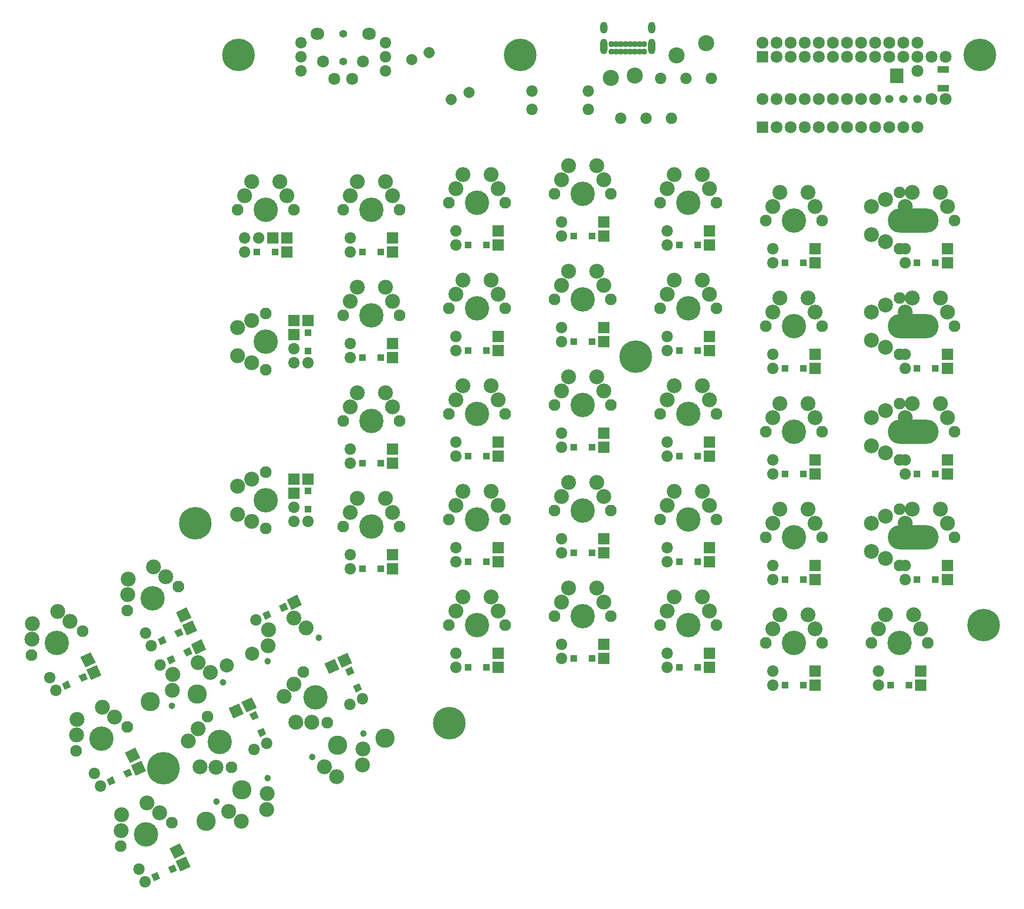
<source format=gts>
G04 #@! TF.GenerationSoftware,KiCad,Pcbnew,5.1.5+dfsg1-2build2*
G04 #@! TF.CreationDate,2020-10-24T22:39:24+03:00*
G04 #@! TF.ProjectId,ErgoDOX,4572676f-444f-4582-9e6b-696361645f70,rev?*
G04 #@! TF.SameCoordinates,Original*
G04 #@! TF.FileFunction,Soldermask,Top*
G04 #@! TF.FilePolarity,Negative*
%FSLAX46Y46*%
G04 Gerber Fmt 4.6, Leading zero omitted, Abs format (unit mm)*
G04 Created by KiCad (PCBNEW 5.1.5+dfsg1-2build2) date 2020-10-24 22:39:24*
%MOMM*%
%LPD*%
G04 APERTURE LIST*
%ADD10C,2.006400*%
%ADD11C,2.006400*%
%ADD12C,2.905760*%
%ADD13C,5.867400*%
%ADD14C,2.057400*%
%ADD15C,1.106400*%
%ADD16O,1.306400X2.806400*%
%ADD17O,1.306400X2.106400*%
%ADD18C,2.159000*%
%ADD19R,2.159000X2.159000*%
%ADD20C,1.498600*%
%ADD21C,0.150000*%
%ADD22R,2.057400X2.057400*%
%ADD23C,2.692400*%
%ADD24C,1.193800*%
%ADD25C,3.479800*%
%ADD26R,2.438400X1.422400*%
%ADD27O,2.463800X2.159000*%
%ADD28C,1.397000*%
%ADD29C,2.540000*%
%ADD30C,2.108200*%
%ADD31C,2.689860*%
%ADD32R,1.244600X1.244600*%
%ADD33C,2.687320*%
%ADD34O,9.156700X4.394200*%
%ADD35C,4.394200*%
%ADD36R,2.106400X1.306400*%
G04 APERTURE END LIST*
D10*
X101817897Y-36730397D02*
X101817897Y-36730397D01*
D11*
X109002102Y-43914602D03*
D10*
X105832110Y-45184610D02*
X105832110Y-45184610D01*
D11*
X98647905Y-38000405D03*
D12*
X151765000Y-35052000D03*
X146431000Y-37211000D03*
D13*
X53898800Y-165836600D03*
X59664600Y-121666000D03*
X105435400Y-157759400D03*
X201777600Y-140055600D03*
X139039600Y-91592400D03*
X201142600Y-37134800D03*
X118211600Y-37134800D03*
X67411600Y-37134800D03*
D14*
X78740000Y-34925000D03*
X78740000Y-37465000D03*
X78740000Y-40005000D03*
D15*
X140632200Y-36580000D03*
X139782200Y-36580000D03*
X138932200Y-36580000D03*
X138082200Y-36580000D03*
X137232200Y-36580000D03*
X136382200Y-36580000D03*
X135532200Y-36580000D03*
X134682200Y-36580000D03*
X139782200Y-35230000D03*
X138082200Y-35230000D03*
X138932200Y-35230000D03*
X140632200Y-35230000D03*
X136382200Y-35230000D03*
X135532200Y-35230000D03*
X134682200Y-35230000D03*
X137232200Y-35230000D03*
D16*
X141982200Y-35600000D03*
X133332200Y-35600000D03*
D17*
X141982200Y-32220000D03*
X133332200Y-32220000D03*
D12*
X134620000Y-41275000D03*
X138938000Y-40894000D03*
D18*
X169545000Y-34925000D03*
X172085000Y-34925000D03*
X161925000Y-34925000D03*
X164465000Y-34925000D03*
X167005000Y-34925000D03*
X174625000Y-34925000D03*
X177165000Y-34925000D03*
X179705000Y-34925000D03*
X182245000Y-34925000D03*
X184785000Y-34925000D03*
X187325000Y-34925000D03*
X189865000Y-34925000D03*
X189865000Y-50165000D03*
X187325000Y-50165000D03*
X184785000Y-50165000D03*
X182245000Y-50165000D03*
X179705000Y-50165000D03*
X177165000Y-50165000D03*
X174625000Y-50165000D03*
X172085000Y-50165000D03*
X169545000Y-50165000D03*
X167005000Y-50165000D03*
X164465000Y-50165000D03*
D19*
X161925000Y-50165000D03*
D18*
X189865000Y-40005000D03*
X164465000Y-37465000D03*
X167005000Y-37465000D03*
X169545000Y-37465000D03*
X172085000Y-37465000D03*
X174625000Y-37465000D03*
X177165000Y-37465000D03*
X179705000Y-37465000D03*
X182245000Y-37465000D03*
X184785000Y-37465000D03*
X187325000Y-37465000D03*
X189865000Y-37465000D03*
X192405000Y-37465000D03*
X194945000Y-37465000D03*
D19*
X161925000Y-37465000D03*
D18*
X194945000Y-45085000D03*
X192405000Y-45085000D03*
D20*
X189865000Y-45085000D03*
X187325000Y-45085000D03*
X184785000Y-45085000D03*
D18*
X182245000Y-45085000D03*
X179705000Y-45085000D03*
X177165000Y-45085000D03*
X174625000Y-45085000D03*
X172085000Y-45085000D03*
X169545000Y-45085000D03*
X167005000Y-45085000D03*
X164465000Y-45085000D03*
X161925000Y-45085000D03*
D14*
X53341367Y-147187736D03*
D21*
G36*
X54985576Y-147107661D02*
G01*
X54459585Y-145979670D01*
X55587576Y-145453679D01*
X56113567Y-146581670D01*
X54985576Y-147107661D01*
G37*
G36*
X59749862Y-145334450D02*
G01*
X58880367Y-143469813D01*
X60745004Y-142600318D01*
X61614499Y-144464955D01*
X59749862Y-145334450D01*
G37*
G36*
X58001224Y-145701441D02*
G01*
X57475233Y-144573450D01*
X58603224Y-144047459D01*
X59129215Y-145175450D01*
X58001224Y-145701441D01*
G37*
D14*
X70605747Y-139135936D03*
D21*
G36*
X72249956Y-139055861D02*
G01*
X71723965Y-137927870D01*
X72851956Y-137401879D01*
X73377947Y-138529870D01*
X72249956Y-139055861D01*
G37*
G36*
X77014242Y-137282650D02*
G01*
X76144747Y-135418013D01*
X78009384Y-134548518D01*
X78878879Y-136413155D01*
X77014242Y-137282650D01*
G37*
G36*
X75265604Y-137649641D02*
G01*
X74739613Y-136521650D01*
X75867604Y-135995659D01*
X76393595Y-137123650D01*
X75265604Y-137649641D01*
G37*
D14*
X77470000Y-118755160D03*
D22*
X77470000Y-116215160D03*
D14*
X77470000Y-90180160D03*
D22*
X77470000Y-87640160D03*
D14*
X71120000Y-70180200D03*
D22*
X73660000Y-70180200D03*
D23*
X77434621Y-138754526D03*
X72753017Y-143740174D03*
D24*
X72675456Y-146578921D03*
X81883544Y-142285119D03*
D23*
X79659082Y-140519823D03*
X72830577Y-140901427D03*
X60170241Y-146806326D03*
X55488637Y-151791974D03*
D25*
X60015120Y-152483820D03*
D24*
X55411076Y-154630721D03*
X64619164Y-150336919D03*
D23*
X62394702Y-148571623D03*
X55566197Y-148953227D03*
X85176179Y-167376434D03*
X89857783Y-162390786D03*
D25*
X85331300Y-161698940D03*
D24*
X89935344Y-159552039D03*
X80727256Y-163845841D03*
D23*
X82951718Y-165611137D03*
X89780223Y-165229533D03*
X67909259Y-175425694D03*
X72590863Y-170440046D03*
D25*
X68064380Y-169748200D03*
D24*
X72668424Y-167601299D03*
X63460336Y-171895101D03*
D23*
X65684798Y-173660397D03*
X72513303Y-173278793D03*
D14*
X152690102Y-41365898D03*
X145505898Y-48550102D03*
X148118102Y-41365898D03*
X140933898Y-48550102D03*
X120332500Y-46990000D03*
X130492500Y-46990000D03*
X130555999Y-43688000D03*
X120396001Y-43688000D03*
X136361898Y-48550102D03*
X143546102Y-41365898D03*
X93980000Y-34925000D03*
X93980000Y-37465000D03*
X93980000Y-40005000D03*
D26*
X186130000Y-40255000D03*
X186130000Y-41525000D03*
D27*
X90957400Y-33375600D03*
D18*
X82702400Y-38379400D03*
X87909400Y-41478200D03*
D27*
X81661000Y-33375600D03*
D18*
X84709000Y-41478200D03*
X89916000Y-38379400D03*
D28*
X86309200Y-33375600D03*
X86309200Y-38379400D03*
D29*
X69927083Y-145197966D03*
D25*
X93829648Y-160396270D03*
D29*
X65323823Y-147345789D03*
D25*
X61602126Y-175425496D03*
X51511692Y-153786490D03*
D23*
X193992500Y-80972660D03*
X187642500Y-83512660D03*
D30*
X196532500Y-86052660D03*
D31*
X195262500Y-83512660D03*
D23*
X188912500Y-80972660D03*
D14*
X187642500Y-91132660D03*
D22*
X195262500Y-91132660D03*
D14*
X187642500Y-93672660D03*
D22*
X195262500Y-93672660D03*
D32*
X189788800Y-93672660D03*
X193116200Y-93672660D03*
D33*
X181610000Y-83512660D03*
X184150000Y-82242660D03*
X184150000Y-89862660D03*
X181610000Y-88592660D03*
D34*
X189069980Y-86052660D03*
D30*
X186690000Y-91132660D03*
X186690000Y-80972660D03*
D23*
X193992500Y-119072660D03*
X187642500Y-121612660D03*
D30*
X196532500Y-124152660D03*
D31*
X195262500Y-121612660D03*
D23*
X188912500Y-119072660D03*
D14*
X187642500Y-129232660D03*
D22*
X195262500Y-129232660D03*
D14*
X187642500Y-131772660D03*
D22*
X195262500Y-131772660D03*
D32*
X189788800Y-131772660D03*
X193116200Y-131772660D03*
D33*
X181610000Y-121612660D03*
X184150000Y-120342660D03*
X184150000Y-127962660D03*
X181610000Y-126692660D03*
D34*
X189069980Y-124152660D03*
D30*
X186690000Y-129232660D03*
X186690000Y-119072660D03*
D23*
X193992500Y-61925200D03*
X187642500Y-64465200D03*
D30*
X196532500Y-67005200D03*
D31*
X195262500Y-64465200D03*
D23*
X188912500Y-61925200D03*
D14*
X187642500Y-72085200D03*
D22*
X195262500Y-72085200D03*
D14*
X187642500Y-74625200D03*
D22*
X195262500Y-74625200D03*
D32*
X189788800Y-74625200D03*
X193116200Y-74625200D03*
D33*
X181610000Y-64465200D03*
X184150000Y-63195200D03*
X184150000Y-70815200D03*
X181610000Y-69545200D03*
D34*
X189069980Y-67005200D03*
D30*
X186690000Y-72085200D03*
X186690000Y-61925200D03*
D23*
X193992500Y-100022660D03*
X187642500Y-102562660D03*
D30*
X196532500Y-105102660D03*
D31*
X195262500Y-102562660D03*
D23*
X188912500Y-100022660D03*
D14*
X187642500Y-110182660D03*
D22*
X195262500Y-110182660D03*
D14*
X187642500Y-112722660D03*
D22*
X195262500Y-112722660D03*
D32*
X189788800Y-112722660D03*
X193116200Y-112722660D03*
D33*
X181610000Y-102562660D03*
X184150000Y-101292660D03*
X184150000Y-108912660D03*
X181610000Y-107642660D03*
D34*
X189069980Y-105102660D03*
D30*
X186690000Y-110182660D03*
X186690000Y-100022660D03*
D23*
X93980000Y-60020200D03*
X87630000Y-62560200D03*
D35*
X91440000Y-65100200D03*
D30*
X86360000Y-65100200D03*
X96520000Y-65100200D03*
D23*
X95250000Y-62560200D03*
X88900000Y-60020200D03*
D14*
X87630000Y-70180200D03*
D22*
X95250000Y-70180200D03*
D14*
X87630000Y-72720200D03*
D22*
X95250000Y-72720200D03*
D32*
X89776300Y-72720200D03*
X93103700Y-72720200D03*
D23*
X151130000Y-77797660D03*
X144780000Y-80337660D03*
D35*
X148590000Y-82877660D03*
D30*
X143510000Y-82877660D03*
X153670000Y-82877660D03*
D23*
X152400000Y-80337660D03*
X146050000Y-77797660D03*
D14*
X144780000Y-87957660D03*
D22*
X152400000Y-87957660D03*
D14*
X144780000Y-90497660D03*
D22*
X152400000Y-90497660D03*
D32*
X146926300Y-90497660D03*
X150253700Y-90497660D03*
D23*
X58360986Y-160962159D03*
X63346634Y-165643763D03*
D35*
X64038480Y-161117280D03*
D30*
X66185381Y-165721324D03*
X61891579Y-156513236D03*
D23*
X60126283Y-158737698D03*
X60507887Y-165566203D03*
D14*
X70252699Y-162423412D03*
D21*
G36*
X68399414Y-156014918D02*
G01*
X66534777Y-156884413D01*
X65665282Y-155019776D01*
X67529919Y-154150281D01*
X68399414Y-156014918D01*
G37*
D14*
X72554721Y-161349962D03*
D21*
G36*
X70701436Y-154941467D02*
G01*
X68836799Y-155810962D01*
X67967304Y-153946325D01*
X69831941Y-153076830D01*
X70701436Y-154941467D01*
G37*
G36*
X72474646Y-159705753D02*
G01*
X71346655Y-160231744D01*
X70820664Y-159103753D01*
X71948655Y-158577762D01*
X72474646Y-159705753D01*
G37*
G36*
X71068426Y-156690105D02*
G01*
X69940435Y-157216096D01*
X69414444Y-156088105D01*
X70542435Y-155562114D01*
X71068426Y-156690105D01*
G37*
D23*
X75625366Y-152910359D03*
X80611014Y-157591963D03*
D35*
X81302860Y-153065480D03*
D30*
X83449761Y-157669524D03*
X79155959Y-148461436D03*
D23*
X77390663Y-150685898D03*
X77772267Y-157514403D03*
D14*
X87517079Y-154371612D03*
D21*
G36*
X85663794Y-147963118D02*
G01*
X83799157Y-148832613D01*
X82929662Y-146967976D01*
X84794299Y-146098481D01*
X85663794Y-147963118D01*
G37*
D14*
X89819101Y-153298162D03*
D21*
G36*
X87965816Y-146889667D02*
G01*
X86101179Y-147759162D01*
X85231684Y-145894525D01*
X87096321Y-145025030D01*
X87965816Y-146889667D01*
G37*
G36*
X89739026Y-151653953D02*
G01*
X88611035Y-152179944D01*
X88085044Y-151051953D01*
X89213035Y-150525962D01*
X89739026Y-151653953D01*
G37*
G36*
X88332806Y-148638305D02*
G01*
X87204815Y-149164296D01*
X86678824Y-148036305D01*
X87806815Y-147510314D01*
X88332806Y-148638305D01*
G37*
D23*
X113030000Y-134947660D03*
X106680000Y-137487660D03*
D35*
X110490000Y-140027660D03*
D30*
X105410000Y-140027660D03*
X115570000Y-140027660D03*
D23*
X114300000Y-137487660D03*
X107950000Y-134947660D03*
D14*
X106680000Y-145107660D03*
D22*
X114300000Y-145107660D03*
D14*
X106680000Y-147647660D03*
D22*
X114300000Y-147647660D03*
D32*
X108826300Y-147647660D03*
X112153700Y-147647660D03*
D23*
X132080000Y-133350000D03*
X125730000Y-135890000D03*
D35*
X129540000Y-138430000D03*
D30*
X124460000Y-138430000D03*
X134620000Y-138430000D03*
D23*
X133350000Y-135890000D03*
X127000000Y-133350000D03*
D14*
X125730000Y-143510000D03*
D22*
X133350000Y-143510000D03*
D14*
X125730000Y-146050000D03*
D22*
X133350000Y-146050000D03*
D32*
X127876300Y-146050000D03*
X131203700Y-146050000D03*
D23*
X170180000Y-138122660D03*
X163830000Y-140662660D03*
D35*
X167640000Y-143202660D03*
D30*
X162560000Y-143202660D03*
X172720000Y-143202660D03*
D23*
X171450000Y-140662660D03*
X165100000Y-138122660D03*
D14*
X163830000Y-148282660D03*
D22*
X171450000Y-148282660D03*
D14*
X163830000Y-150822660D03*
D22*
X171450000Y-150822660D03*
D32*
X165976300Y-150822660D03*
X169303700Y-150822660D03*
D23*
X93980000Y-117167660D03*
X87630000Y-119707660D03*
D35*
X91440000Y-122247660D03*
D30*
X86360000Y-122247660D03*
X96520000Y-122247660D03*
D23*
X95250000Y-119707660D03*
X88900000Y-117167660D03*
D14*
X87630000Y-127327660D03*
D22*
X95250000Y-127327660D03*
D14*
X87630000Y-129867660D03*
D22*
X95250000Y-129867660D03*
D32*
X89776300Y-129867660D03*
X93103700Y-129867660D03*
D23*
X113030000Y-115897660D03*
X106680000Y-118437660D03*
D35*
X110490000Y-120977660D03*
D30*
X105410000Y-120977660D03*
X115570000Y-120977660D03*
D23*
X114300000Y-118437660D03*
X107950000Y-115897660D03*
D14*
X106680000Y-126057660D03*
D22*
X114300000Y-126057660D03*
D14*
X106680000Y-128597660D03*
D22*
X114300000Y-128597660D03*
D32*
X108826300Y-128597660D03*
X112153700Y-128597660D03*
D23*
X132080000Y-114300000D03*
X125730000Y-116840000D03*
D35*
X129540000Y-119380000D03*
D30*
X124460000Y-119380000D03*
X134620000Y-119380000D03*
D23*
X133350000Y-116840000D03*
X127000000Y-114300000D03*
D14*
X125730000Y-124460000D03*
D22*
X133350000Y-124460000D03*
D14*
X125730000Y-127000000D03*
D22*
X133350000Y-127000000D03*
D32*
X127876300Y-127000000D03*
X131203700Y-127000000D03*
D23*
X151130000Y-115897660D03*
X144780000Y-118437660D03*
D35*
X148590000Y-120977660D03*
D30*
X143510000Y-120977660D03*
X153670000Y-120977660D03*
D23*
X152400000Y-118437660D03*
X146050000Y-115897660D03*
D14*
X144780000Y-126057660D03*
D22*
X152400000Y-126057660D03*
D14*
X144780000Y-128597660D03*
D22*
X152400000Y-128597660D03*
D32*
X146926300Y-128597660D03*
X150253700Y-128597660D03*
D23*
X170180000Y-119072660D03*
X163830000Y-121612660D03*
D35*
X167640000Y-124152660D03*
D30*
X162560000Y-124152660D03*
X172720000Y-124152660D03*
D23*
X171450000Y-121612660D03*
X165100000Y-119072660D03*
D14*
X163830000Y-129232660D03*
D22*
X171450000Y-129232660D03*
D14*
X163830000Y-131772660D03*
D22*
X171450000Y-131772660D03*
D32*
X165976300Y-131772660D03*
X169303700Y-131772660D03*
D23*
X93980000Y-98117660D03*
X87630000Y-100657660D03*
D35*
X91440000Y-103197660D03*
D30*
X86360000Y-103197660D03*
X96520000Y-103197660D03*
D23*
X95250000Y-100657660D03*
X88900000Y-98117660D03*
D14*
X87630000Y-108277660D03*
D22*
X95250000Y-108277660D03*
D14*
X87630000Y-110817660D03*
D22*
X95250000Y-110817660D03*
D32*
X89776300Y-110817660D03*
X93103700Y-110817660D03*
D23*
X113030000Y-96847660D03*
X106680000Y-99387660D03*
D35*
X110490000Y-101927660D03*
D30*
X105410000Y-101927660D03*
X115570000Y-101927660D03*
D23*
X114300000Y-99387660D03*
X107950000Y-96847660D03*
D14*
X106680000Y-107007660D03*
D22*
X114300000Y-107007660D03*
D14*
X106680000Y-109547660D03*
D22*
X114300000Y-109547660D03*
D32*
X108826300Y-109547660D03*
X112153700Y-109547660D03*
D23*
X132080000Y-95250000D03*
X125730000Y-97790000D03*
D35*
X129540000Y-100330000D03*
D30*
X124460000Y-100330000D03*
X134620000Y-100330000D03*
D23*
X133350000Y-97790000D03*
X127000000Y-95250000D03*
D14*
X125730000Y-105410000D03*
D22*
X133350000Y-105410000D03*
D14*
X125730000Y-107950000D03*
D22*
X133350000Y-107950000D03*
D32*
X127876300Y-107950000D03*
X131203700Y-107950000D03*
D23*
X151130000Y-96847660D03*
X144780000Y-99387660D03*
D35*
X148590000Y-101927660D03*
D30*
X143510000Y-101927660D03*
X153670000Y-101927660D03*
D23*
X152400000Y-99387660D03*
X146050000Y-96847660D03*
D14*
X144780000Y-107007660D03*
D22*
X152400000Y-107007660D03*
D14*
X144780000Y-109547660D03*
D22*
X152400000Y-109547660D03*
D32*
X146926300Y-109547660D03*
X150253700Y-109547660D03*
D23*
X113030000Y-77797660D03*
X106680000Y-80337660D03*
D35*
X110490000Y-82877660D03*
D30*
X105410000Y-82877660D03*
X115570000Y-82877660D03*
D23*
X114300000Y-80337660D03*
X107950000Y-77797660D03*
D14*
X106680000Y-87957660D03*
D22*
X114300000Y-87957660D03*
D14*
X106680000Y-90497660D03*
D22*
X114300000Y-90497660D03*
D32*
X108826300Y-90497660D03*
X112153700Y-90497660D03*
D23*
X132080000Y-76200000D03*
X125730000Y-78740000D03*
D35*
X129540000Y-81280000D03*
D30*
X124460000Y-81280000D03*
X134620000Y-81280000D03*
D23*
X133350000Y-78740000D03*
X127000000Y-76200000D03*
D14*
X125730000Y-86360000D03*
D22*
X133350000Y-86360000D03*
D14*
X125730000Y-88900000D03*
D22*
X133350000Y-88900000D03*
D32*
X127876300Y-88900000D03*
X131203700Y-88900000D03*
D23*
X170180000Y-80972660D03*
X163830000Y-83512660D03*
D35*
X167640000Y-86052660D03*
D30*
X162560000Y-86052660D03*
X172720000Y-86052660D03*
D23*
X171450000Y-83512660D03*
X165100000Y-80972660D03*
D14*
X163830000Y-91132660D03*
D22*
X171450000Y-91132660D03*
D14*
X163830000Y-93672660D03*
D22*
X171450000Y-93672660D03*
D32*
X165976300Y-93672660D03*
X169303700Y-93672660D03*
D23*
X151130000Y-134947660D03*
X144780000Y-137487660D03*
D35*
X148590000Y-140027660D03*
D30*
X143510000Y-140027660D03*
X153670000Y-140027660D03*
D23*
X152400000Y-137487660D03*
X146050000Y-134947660D03*
D14*
X144780000Y-145107660D03*
D22*
X152400000Y-145107660D03*
D14*
X144780000Y-147647660D03*
D22*
X152400000Y-147647660D03*
D32*
X146926300Y-147647660D03*
X150253700Y-147647660D03*
D23*
X113030000Y-58747660D03*
X106680000Y-61287660D03*
D35*
X110490000Y-63827660D03*
D30*
X105410000Y-63827660D03*
X115570000Y-63827660D03*
D23*
X114300000Y-61287660D03*
X107950000Y-58747660D03*
D14*
X106680000Y-68907660D03*
D22*
X114300000Y-68907660D03*
D14*
X106680000Y-71447660D03*
D22*
X114300000Y-71447660D03*
D32*
X108826300Y-71447660D03*
X112153700Y-71447660D03*
D23*
X132080000Y-57150000D03*
X125730000Y-59690000D03*
D35*
X129540000Y-62230000D03*
D30*
X124460000Y-62230000D03*
X134620000Y-62230000D03*
D23*
X133350000Y-59690000D03*
X127000000Y-57150000D03*
D14*
X125730000Y-67310000D03*
D22*
X133350000Y-67310000D03*
D14*
X125730000Y-69850000D03*
D22*
X133350000Y-69850000D03*
D32*
X127876300Y-69850000D03*
X131203700Y-69850000D03*
D23*
X151130000Y-58747660D03*
X144780000Y-61287660D03*
D35*
X148590000Y-63827660D03*
D30*
X143510000Y-63827660D03*
X153670000Y-63827660D03*
D23*
X152400000Y-61287660D03*
X146050000Y-58747660D03*
D14*
X144780000Y-68907660D03*
D22*
X152400000Y-68907660D03*
D14*
X144780000Y-71447660D03*
D22*
X152400000Y-71447660D03*
D32*
X146926300Y-71447660D03*
X150253700Y-71447660D03*
D23*
X170180000Y-61925200D03*
X163830000Y-64465200D03*
D35*
X167640000Y-67005200D03*
D30*
X162560000Y-67005200D03*
X172720000Y-67005200D03*
D23*
X171450000Y-64465200D03*
X165100000Y-61925200D03*
D14*
X163830000Y-72085200D03*
D22*
X171450000Y-72085200D03*
D14*
X163830000Y-74625200D03*
D22*
X171450000Y-74625200D03*
D32*
X165976300Y-74625200D03*
X169303700Y-74625200D03*
D23*
X52118441Y-129541946D03*
X47436837Y-134527594D03*
D35*
X51963320Y-135219440D03*
D30*
X47359276Y-137366341D03*
X56567364Y-133072539D03*
D23*
X54342902Y-131307243D03*
X47514397Y-131688847D03*
D14*
X50657188Y-141433659D03*
D21*
G36*
X57065682Y-139580374D02*
G01*
X56196187Y-137715737D01*
X58060824Y-136846242D01*
X58930319Y-138710879D01*
X57065682Y-139580374D01*
G37*
D14*
X51730638Y-143735681D03*
D21*
G36*
X58139133Y-141882396D02*
G01*
X57269638Y-140017759D01*
X59134275Y-139148264D01*
X60003770Y-141012901D01*
X58139133Y-141882396D01*
G37*
G36*
X53374847Y-143655606D02*
G01*
X52848856Y-142527615D01*
X53976847Y-142001624D01*
X54502838Y-143129615D01*
X53374847Y-143655606D01*
G37*
G36*
X56390495Y-142249386D02*
G01*
X55864504Y-141121395D01*
X56992495Y-140595404D01*
X57518486Y-141723395D01*
X56390495Y-142249386D01*
G37*
D23*
X34854061Y-137591206D03*
X30172457Y-142576854D03*
D35*
X34698940Y-143268700D03*
D30*
X30094896Y-145415601D03*
X39302984Y-141121799D03*
D23*
X37078522Y-139356503D03*
X30250017Y-139738107D03*
D14*
X33392808Y-149482919D03*
D21*
G36*
X39801302Y-147629634D02*
G01*
X38931807Y-145764997D01*
X40796444Y-144895502D01*
X41665939Y-146760139D01*
X39801302Y-147629634D01*
G37*
D14*
X34466258Y-151784941D03*
D21*
G36*
X40874753Y-149931656D02*
G01*
X40005258Y-148067019D01*
X41869895Y-147197524D01*
X42739390Y-149062161D01*
X40874753Y-149931656D01*
G37*
G36*
X36110467Y-151704866D02*
G01*
X35584476Y-150576875D01*
X36712467Y-150050884D01*
X37238458Y-151178875D01*
X36110467Y-151704866D01*
G37*
G36*
X39126115Y-150298646D02*
G01*
X38600124Y-149170655D01*
X39728115Y-148644664D01*
X40254106Y-149772655D01*
X39126115Y-150298646D01*
G37*
D23*
X50955121Y-172122506D03*
X46273517Y-177108154D03*
D35*
X50800000Y-177800000D03*
D30*
X46195956Y-179946901D03*
X55404044Y-175653099D03*
D23*
X53179582Y-173887803D03*
X46351077Y-174269407D03*
D14*
X49493868Y-184014219D03*
D21*
G36*
X55902362Y-182160934D02*
G01*
X55032867Y-180296297D01*
X56897504Y-179426802D01*
X57766999Y-181291439D01*
X55902362Y-182160934D01*
G37*
D14*
X50567318Y-186316241D03*
D21*
G36*
X56975813Y-184462956D02*
G01*
X56106318Y-182598319D01*
X57970955Y-181728824D01*
X58840450Y-183593461D01*
X56975813Y-184462956D01*
G37*
G36*
X52211527Y-186236166D02*
G01*
X51685536Y-185108175D01*
X52813527Y-184582184D01*
X53339518Y-185710175D01*
X52211527Y-186236166D01*
G37*
G36*
X55227175Y-184829946D02*
G01*
X54701184Y-183701955D01*
X55829175Y-183175964D01*
X56355166Y-184303955D01*
X55227175Y-184829946D01*
G37*
D23*
X42903321Y-154855586D03*
X38221717Y-159841234D03*
D35*
X42748200Y-160533080D03*
D30*
X38144156Y-162679981D03*
X47352244Y-158386179D03*
D23*
X45127782Y-156620883D03*
X38299277Y-157002487D03*
D14*
X41442068Y-166747299D03*
D21*
G36*
X47850562Y-164894014D02*
G01*
X46981067Y-163029377D01*
X48845704Y-162159882D01*
X49715199Y-164024519D01*
X47850562Y-164894014D01*
G37*
D14*
X42515518Y-169049321D03*
D21*
G36*
X48924013Y-167196036D02*
G01*
X48054518Y-165331399D01*
X49919155Y-164461904D01*
X50788650Y-166326541D01*
X48924013Y-167196036D01*
G37*
G36*
X44159727Y-168969246D02*
G01*
X43633736Y-167841255D01*
X44761727Y-167315264D01*
X45287718Y-168443255D01*
X44159727Y-168969246D01*
G37*
G36*
X47175375Y-167563026D02*
G01*
X46649384Y-166435035D01*
X47777375Y-165909044D01*
X48303366Y-167037035D01*
X47175375Y-167563026D01*
G37*
D23*
X93980000Y-79067660D03*
X87630000Y-81607660D03*
D35*
X91440000Y-84147660D03*
D30*
X86360000Y-84147660D03*
X96520000Y-84147660D03*
D23*
X95250000Y-81607660D03*
X88900000Y-79067660D03*
D14*
X87630000Y-89227660D03*
D22*
X95250000Y-89227660D03*
D14*
X87630000Y-91767660D03*
D22*
X95250000Y-91767660D03*
D32*
X89776300Y-91767660D03*
X93103700Y-91767660D03*
D23*
X189230000Y-138122660D03*
X182880000Y-140662660D03*
D35*
X186690000Y-143202660D03*
D30*
X181610000Y-143202660D03*
X191770000Y-143202660D03*
D23*
X190500000Y-140662660D03*
X184150000Y-138122660D03*
D14*
X182880000Y-148282660D03*
D22*
X190500000Y-148282660D03*
D14*
X182880000Y-150822660D03*
D22*
X190500000Y-150822660D03*
D32*
X185026300Y-150822660D03*
X188353700Y-150822660D03*
D23*
X67310000Y-114945160D03*
X69850000Y-121295160D03*
D35*
X72390000Y-117485160D03*
D30*
X72390000Y-122565160D03*
X72390000Y-112405160D03*
D23*
X69850000Y-113675160D03*
X67310000Y-120025160D03*
D14*
X77470000Y-121295160D03*
D22*
X77470000Y-113675160D03*
D14*
X80010000Y-121295160D03*
D22*
X80010000Y-113675160D03*
D32*
X80010000Y-119148860D03*
X80010000Y-115821460D03*
D23*
X67310000Y-86370160D03*
X69850000Y-92720160D03*
D35*
X72390000Y-88910160D03*
D30*
X72390000Y-93990160D03*
X72390000Y-83830160D03*
D23*
X69850000Y-85100160D03*
X67310000Y-91450160D03*
D14*
X77470000Y-92720160D03*
D22*
X77470000Y-85100160D03*
D14*
X80010000Y-92720160D03*
D22*
X80010000Y-85100160D03*
D32*
X80010000Y-90573860D03*
X80010000Y-87246460D03*
D23*
X74930000Y-60020200D03*
X68580000Y-62560200D03*
D35*
X72390000Y-65100200D03*
D30*
X67310000Y-65100200D03*
X77470000Y-65100200D03*
D23*
X76200000Y-62560200D03*
X69850000Y-60020200D03*
D14*
X68580000Y-70180200D03*
D22*
X76200000Y-70180200D03*
D14*
X68580000Y-72720200D03*
D22*
X76200000Y-72720200D03*
D32*
X70726300Y-72720200D03*
X74053700Y-72720200D03*
D23*
X170180000Y-100022660D03*
X163830000Y-102562660D03*
D35*
X167640000Y-105102660D03*
D30*
X162560000Y-105102660D03*
X172720000Y-105102660D03*
D23*
X171450000Y-102562660D03*
X165100000Y-100022660D03*
D14*
X163830000Y-110182660D03*
D22*
X171450000Y-110182660D03*
D14*
X163830000Y-112722660D03*
D22*
X171450000Y-112722660D03*
D32*
X165976300Y-112722660D03*
X169303700Y-112722660D03*
D36*
X194500000Y-43150000D03*
X194500000Y-39750000D03*
M02*

</source>
